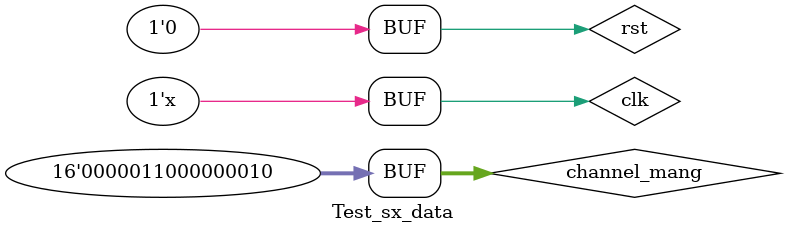
<source format=v>
`timescale 1ns / 1ps


module Test_sx_data();
   reg  clk;
   reg  rst;
initial begin
    clk = 0 ;
    rst = 1;
    #10000
    rst = 0;
end
always #5 clk = ~clk;
    wire[15:0]  channel_mang; 
assign channel_mang = {5'b0,8'hC0,3'h2};
    reg [15:0]  cnt;
    reg         cnt_flag;
    reg [4:0]   state;
    reg         tx_data2_ask_out;
    reg         yw_data_valid;
    reg [7:0]   yw_data      ;
    reg [11:0]  Busi_length;
always @(posedge clk) begin
    if(rst) begin
        cnt <= 'hFFFF;
        cnt_flag <= 'b0;
    end
    else begin
        if(cnt == 'd4999) begin
            cnt <= 'b0;
            cnt_flag <= 'b1;
        end
        else begin
            cnt <= cnt + 'b1;
            cnt_flag <= 'b0;
        end
    end
end
always @(posedge clk) begin     //320 319 321 322  200  640 641 639 
    if(rst) begin
        state <= 'b0;
        yw_data <= 'b0;
        yw_data_valid <= 'b0;
        tx_data2_ask_out <= 'b0;
        Busi_length <= 'b0;
    end
    else begin
        case(state) 
            'd0: begin
                if(cnt_flag) begin
                    state <= 'd1;
                end
            end
            'd1: begin  //321
                Busi_length = 'd321;
                if(cnt_flag) begin
                    state <= 'd2;
                end
                if(cnt >= 'd1000 && cnt < 'd1321) begin
                    yw_data <= yw_data + 'b1;
                    yw_data_valid <= 'b1;
                end
                else begin
                    yw_data <= yw_data;
                    yw_data_valid <= 'b0;
                end
                if(cnt >= 'd2000 && cnt < 'd2328) begin 
                    tx_data2_ask_out <= 'b1;
                end
                else begin 
                    tx_data2_ask_out <= 'b0;
                end                
            end
            'd2: begin  //321
                Busi_length = 'd321;
                if(cnt_flag) begin
                    state <= 'd3;
                end
                if(cnt >= 'd1000 && cnt < 'd1321) begin
                    yw_data <= yw_data + 'b1;
                    yw_data_valid <= 'b1;
                end
                else begin
                    yw_data <= yw_data;
                    yw_data_valid <= 'b0;
                end
                if(cnt >= 'd2000 && cnt < 'd2328) begin 
                    tx_data2_ask_out <= 'b1;
                end
                else begin 
                    tx_data2_ask_out <= 'b0;
                end                
            end
            'd3: begin  //320
                Busi_length = 'd323;
                if(cnt_flag) begin
                    state <= 'd4;
                end
                if(cnt >= 'd1000 && cnt < 'd1323) begin
                    yw_data <= yw_data + 'b1;
                    yw_data_valid <= 'b1;
                end
                else begin
                    yw_data <= yw_data;
                    yw_data_valid <= 'b0;
                end
                if(cnt >= 'd2000 && cnt < 'd2328) begin 
                    tx_data2_ask_out <= 'b1;
                end
                else begin 
                    tx_data2_ask_out <= 'b0;
                end                
            end
            'd4: begin  //320
                Busi_length = 'd320;
                if(cnt_flag) begin
                    state <= 'd5;
                end
                if(cnt >= 'd1000 && cnt < 'd1320) begin
                    yw_data <= yw_data + 'b1;
                    yw_data_valid <= 'b1;
                end
                else begin
                    yw_data <= yw_data;
                    yw_data_valid <= 'b0;
                end
                if(cnt >= 'd2000 && cnt < 'd2328) begin 
                    tx_data2_ask_out <= 'b1;
                end
                else begin 
                    tx_data2_ask_out <= 'b0;
                end                
            end
            'd5: begin  //319
                Busi_length = 'd319;
                if(cnt_flag) begin
                    state <= 'd6;
                end
                if(cnt >= 'd1000 && cnt < 'd1319) begin
                    yw_data <= yw_data + 'b1;
                    yw_data_valid <= 'b1;
                end
                else begin
                    yw_data <= yw_data;
                    yw_data_valid <= 'b0;
                end
                if(cnt >= 'd2000 && cnt < 'd2328) begin 
                    tx_data2_ask_out <= 'b1;
                end
                else begin 
                    tx_data2_ask_out <= 'b0;
                end                
            end
            'd6: begin  //319
                Busi_length = 'd319;
                if(cnt_flag) begin
                    state <= 'd7;
                end
                if(cnt >= 'd1000 && cnt < 'd1319) begin
                    yw_data <= yw_data + 'b1;
                    yw_data_valid <= 'b1;
                end
                else begin
                    yw_data <= yw_data;
                    yw_data_valid <= 'b0;
                end
                if(cnt >= 'd2000 && cnt < 'd2328) begin 
                    tx_data2_ask_out <= 'b1;
                end
                else begin 
                    tx_data2_ask_out <= 'b0;
                end                
            end
            'd7: begin  //640
                Busi_length = 'd640;
                if(cnt_flag) begin
                    state <= 'd8;
                end
                if(cnt >= 'd1000 && cnt < 'd1640) begin
                    yw_data <= yw_data + 'b1;
                    yw_data_valid <= 'b1;
                end
                else begin
                    yw_data <= yw_data;
                    yw_data_valid <= 'b0;
                end
                if(cnt >= 'd2000 && cnt < 'd2655) begin 
                    tx_data2_ask_out <= 'b1;
                end
                else begin 
                    tx_data2_ask_out <= 'b0;
                end                
            end
            'd8: begin  //640
                Busi_length = 'd640;
                if(cnt_flag) begin
                    state <= 'd9;
                end
                if(cnt >= 'd1000 && cnt < 'd1640) begin
                    yw_data <= yw_data + 'b1;
                    yw_data_valid <= 'b1;
                end
                else begin
                    yw_data <= yw_data;
                    yw_data_valid <= 'b0;
                end
                if(cnt >= 'd2000 && cnt < 'd2655) begin 
                    tx_data2_ask_out <= 'b1;
                end
                else begin 
                    tx_data2_ask_out <= 'b0;
                end                
            end
            'd9: begin  //639
                Busi_length = 'd639;
                if(cnt_flag) begin
                    state <= 'd10;
                end
                if(cnt >= 'd1000 && cnt < 'd1639) begin
                    yw_data <= yw_data + 'b1;
                    yw_data_valid <= 'b1;
                end
                else begin
                    yw_data <= yw_data;
                    yw_data_valid <= 'b0;
                end
                if(cnt >= 'd2000 && cnt < 'd2655) begin 
                    tx_data2_ask_out <= 'b1;
                end
                else begin 
                    tx_data2_ask_out <= 'b0;
                end                
            end
            'd10: begin  //639
                Busi_length = 'd639;
                if(cnt_flag) begin
                    state <= 'd11;
                end
                if(cnt >= 'd1000 && cnt < 'd1639) begin
                    yw_data <= yw_data + 'b1;
                    yw_data_valid <= 'b1;
                end
                else begin
                    yw_data <= yw_data;
                    yw_data_valid <= 'b0;
                end
                if(cnt >= 'd2000 && cnt < 'd2655) begin 
                    tx_data2_ask_out <= 'b1;
                end
                else begin 
                    tx_data2_ask_out <= 'b0;
                end                
            end
            'd11: begin  //641
                Busi_length = 'd641;
                if(cnt_flag) begin
                    state <= 'd12;
                end
                if(cnt >= 'd1000 && cnt < 'd1641) begin
                    yw_data <= yw_data + 'b1;
                    yw_data_valid <= 'b1;
                end
                else begin
                    yw_data <= yw_data;
                    yw_data_valid <= 'b0;
                end
                if(cnt >= 'd2000 && cnt < 'd2655) begin 
                    tx_data2_ask_out <= 'b1;
                end
                else begin 
                    tx_data2_ask_out <= 'b0;
                end                
            end
            'd12: begin  //641
                Busi_length = 'd641;
                if(cnt_flag) begin
                    state <= 'd13;
                end
                if(cnt >= 'd1000 && cnt < 'd1641) begin
                    yw_data <= yw_data + 'b1;
                    yw_data_valid <= 'b1;
                end
                else begin
                    yw_data <= yw_data;
                    yw_data_valid <= 'b0;
                end
                if(cnt >= 'd2000 && cnt < 'd2655) begin 
                    tx_data2_ask_out <= 'b1;
                end
                else begin 
                    tx_data2_ask_out <= 'b0;
                end                
            end
            'd13: begin  //1200
                Busi_length = 'd1200;
                if(cnt_flag) begin
                    state <= 'd14;
                end
                if(cnt >= 'd1000 && cnt < 'd2200) begin
                    yw_data <= yw_data + 'b1;
                    yw_data_valid <= 'b1;
                end
                else begin
                    yw_data <= yw_data;
                    yw_data_valid <= 'b0;
                end
                if(cnt >= 'd3000 && cnt < 'd4205) begin 
                    tx_data2_ask_out <= 'b1;
                end
                else begin 
                    tx_data2_ask_out <= 'b0;
                end                
            end
            'd14: begin  //1601
                Busi_length = 'd1601;
                if(cnt_flag) begin
                    state <= 'd0;
                end
                if(cnt >= 'd1000 && cnt < 'd2601) begin
                    yw_data <= yw_data + 'b1;
                    yw_data_valid <= 'b1;
                end
                else begin
                    yw_data <= yw_data;
                    yw_data_valid <= 'b0;
                end
                if(cnt >= 'd3000 && cnt < 'd4605) begin 
                    tx_data2_ask_out <= 'b1;
                end
                else begin 
                    tx_data2_ask_out <= 'b0;
                end                
            end
        endcase
    end
end
 sx_data sx_data_inst(
    .clk163m84              (clk),
    .rst_n                  (~rst),
    
    .channel_mang           (channel_mang), 
    .yw_data                (yw_data      ),
    .yw_data_valid          (yw_data_valid),
//    .i_info_type            (w_info_type), 
    
    .tx_data1_length_out    ('d320 ),
    .tx_data1_ask_out       (     ),
    .tx_data2_length_out    ('d320 ),
    .tx_data2_ask_out       (tx_data2_ask_out    ) 
    );
endmodule

</source>
